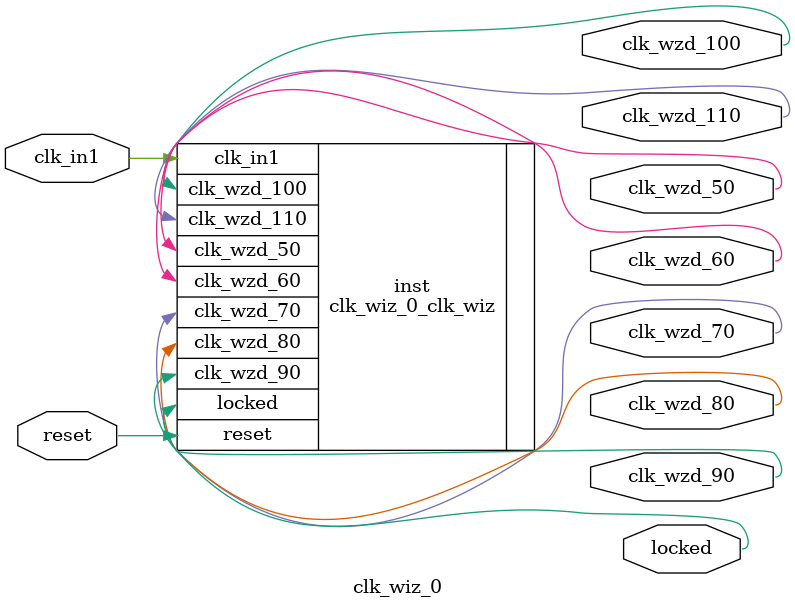
<source format=v>


`timescale 1ps/1ps

(* CORE_GENERATION_INFO = "clk_wiz_0,clk_wiz_v6_0_2_0_0,{component_name=clk_wiz_0,use_phase_alignment=true,use_min_o_jitter=false,use_max_i_jitter=false,use_dyn_phase_shift=false,use_inclk_switchover=false,use_dyn_reconfig=false,enable_axi=0,feedback_source=FDBK_AUTO,PRIMITIVE=MMCM,num_out_clk=7,clkin1_period=10.000,clkin2_period=10.000,use_power_down=false,use_reset=true,use_locked=true,use_inclk_stopped=false,feedback_type=SINGLE,CLOCK_MGR_TYPE=NA,manual_override=false}" *)

module clk_wiz_0 
 (
  // Clock out ports
  output        clk_wzd_100,
  output        clk_wzd_90,
  output        clk_wzd_80,
  output        clk_wzd_70,
  output        clk_wzd_60,
  output        clk_wzd_50,
  output        clk_wzd_110,
  // Status and control signals
  input         reset,
  output        locked,
 // Clock in ports
  input         clk_in1
 );

  clk_wiz_0_clk_wiz inst
  (
  // Clock out ports  
  .clk_wzd_100(clk_wzd_100),
  .clk_wzd_90(clk_wzd_90),
  .clk_wzd_80(clk_wzd_80),
  .clk_wzd_70(clk_wzd_70),
  .clk_wzd_60(clk_wzd_60),
  .clk_wzd_50(clk_wzd_50),
  .clk_wzd_110(clk_wzd_110),
  // Status and control signals               
  .reset(reset), 
  .locked(locked),
 // Clock in ports
  .clk_in1(clk_in1)
  );

endmodule

</source>
